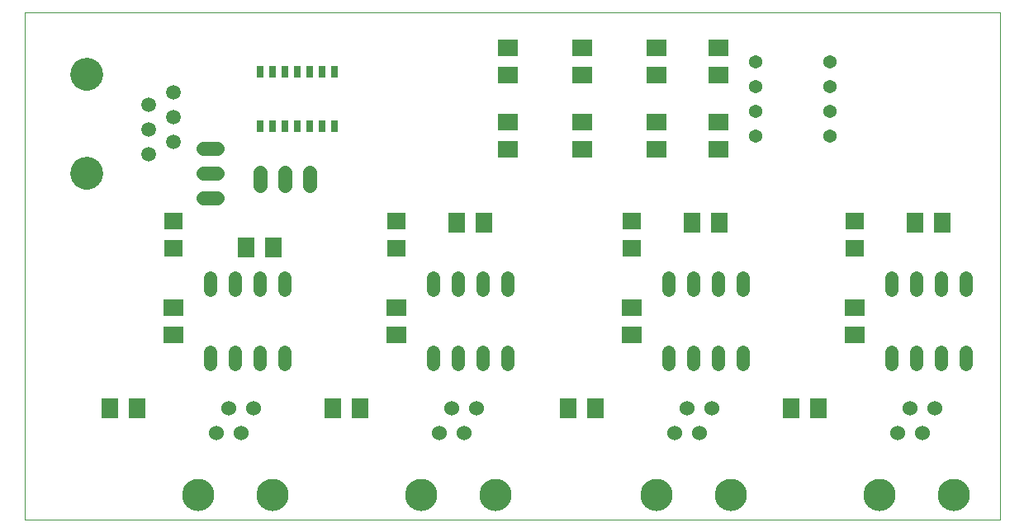
<source format=gts>
G75*
G70*
%OFA0B0*%
%FSLAX24Y24*%
%IPPOS*%
%LPD*%
%AMOC8*
5,1,8,0,0,1.08239X$1,22.5*
%
%ADD10C,0.0000*%
%ADD11C,0.0520*%
%ADD12R,0.0827X0.0670*%
%ADD13R,0.0670X0.0827*%
%ADD14R,0.0749X0.0670*%
%ADD15C,0.0591*%
%ADD16C,0.1320*%
%ADD17C,0.0600*%
%ADD18C,0.1300*%
%ADD19C,0.0540*%
%ADD20C,0.0580*%
%ADD21R,0.0276X0.0512*%
D10*
X000704Y003195D02*
X000704Y023691D01*
X040074Y023691D01*
X040074Y003195D01*
X000704Y003195D01*
X007074Y004195D02*
X007076Y004245D01*
X007082Y004295D01*
X007092Y004344D01*
X007106Y004392D01*
X007123Y004439D01*
X007144Y004484D01*
X007169Y004528D01*
X007197Y004569D01*
X007229Y004608D01*
X007263Y004645D01*
X007300Y004679D01*
X007340Y004709D01*
X007382Y004736D01*
X007426Y004760D01*
X007472Y004781D01*
X007519Y004797D01*
X007567Y004810D01*
X007617Y004819D01*
X007666Y004824D01*
X007717Y004825D01*
X007767Y004822D01*
X007816Y004815D01*
X007865Y004804D01*
X007913Y004789D01*
X007959Y004771D01*
X008004Y004749D01*
X008047Y004723D01*
X008088Y004694D01*
X008127Y004662D01*
X008163Y004627D01*
X008195Y004589D01*
X008225Y004549D01*
X008252Y004506D01*
X008275Y004462D01*
X008294Y004416D01*
X008310Y004368D01*
X008322Y004319D01*
X008330Y004270D01*
X008334Y004220D01*
X008334Y004170D01*
X008330Y004120D01*
X008322Y004071D01*
X008310Y004022D01*
X008294Y003974D01*
X008275Y003928D01*
X008252Y003884D01*
X008225Y003841D01*
X008195Y003801D01*
X008163Y003763D01*
X008127Y003728D01*
X008088Y003696D01*
X008047Y003667D01*
X008004Y003641D01*
X007959Y003619D01*
X007913Y003601D01*
X007865Y003586D01*
X007816Y003575D01*
X007767Y003568D01*
X007717Y003565D01*
X007666Y003566D01*
X007617Y003571D01*
X007567Y003580D01*
X007519Y003593D01*
X007472Y003609D01*
X007426Y003630D01*
X007382Y003654D01*
X007340Y003681D01*
X007300Y003711D01*
X007263Y003745D01*
X007229Y003782D01*
X007197Y003821D01*
X007169Y003862D01*
X007144Y003906D01*
X007123Y003951D01*
X007106Y003998D01*
X007092Y004046D01*
X007082Y004095D01*
X007076Y004145D01*
X007074Y004195D01*
X010074Y004195D02*
X010076Y004245D01*
X010082Y004295D01*
X010092Y004344D01*
X010106Y004392D01*
X010123Y004439D01*
X010144Y004484D01*
X010169Y004528D01*
X010197Y004569D01*
X010229Y004608D01*
X010263Y004645D01*
X010300Y004679D01*
X010340Y004709D01*
X010382Y004736D01*
X010426Y004760D01*
X010472Y004781D01*
X010519Y004797D01*
X010567Y004810D01*
X010617Y004819D01*
X010666Y004824D01*
X010717Y004825D01*
X010767Y004822D01*
X010816Y004815D01*
X010865Y004804D01*
X010913Y004789D01*
X010959Y004771D01*
X011004Y004749D01*
X011047Y004723D01*
X011088Y004694D01*
X011127Y004662D01*
X011163Y004627D01*
X011195Y004589D01*
X011225Y004549D01*
X011252Y004506D01*
X011275Y004462D01*
X011294Y004416D01*
X011310Y004368D01*
X011322Y004319D01*
X011330Y004270D01*
X011334Y004220D01*
X011334Y004170D01*
X011330Y004120D01*
X011322Y004071D01*
X011310Y004022D01*
X011294Y003974D01*
X011275Y003928D01*
X011252Y003884D01*
X011225Y003841D01*
X011195Y003801D01*
X011163Y003763D01*
X011127Y003728D01*
X011088Y003696D01*
X011047Y003667D01*
X011004Y003641D01*
X010959Y003619D01*
X010913Y003601D01*
X010865Y003586D01*
X010816Y003575D01*
X010767Y003568D01*
X010717Y003565D01*
X010666Y003566D01*
X010617Y003571D01*
X010567Y003580D01*
X010519Y003593D01*
X010472Y003609D01*
X010426Y003630D01*
X010382Y003654D01*
X010340Y003681D01*
X010300Y003711D01*
X010263Y003745D01*
X010229Y003782D01*
X010197Y003821D01*
X010169Y003862D01*
X010144Y003906D01*
X010123Y003951D01*
X010106Y003998D01*
X010092Y004046D01*
X010082Y004095D01*
X010076Y004145D01*
X010074Y004195D01*
X016074Y004195D02*
X016076Y004245D01*
X016082Y004295D01*
X016092Y004344D01*
X016106Y004392D01*
X016123Y004439D01*
X016144Y004484D01*
X016169Y004528D01*
X016197Y004569D01*
X016229Y004608D01*
X016263Y004645D01*
X016300Y004679D01*
X016340Y004709D01*
X016382Y004736D01*
X016426Y004760D01*
X016472Y004781D01*
X016519Y004797D01*
X016567Y004810D01*
X016617Y004819D01*
X016666Y004824D01*
X016717Y004825D01*
X016767Y004822D01*
X016816Y004815D01*
X016865Y004804D01*
X016913Y004789D01*
X016959Y004771D01*
X017004Y004749D01*
X017047Y004723D01*
X017088Y004694D01*
X017127Y004662D01*
X017163Y004627D01*
X017195Y004589D01*
X017225Y004549D01*
X017252Y004506D01*
X017275Y004462D01*
X017294Y004416D01*
X017310Y004368D01*
X017322Y004319D01*
X017330Y004270D01*
X017334Y004220D01*
X017334Y004170D01*
X017330Y004120D01*
X017322Y004071D01*
X017310Y004022D01*
X017294Y003974D01*
X017275Y003928D01*
X017252Y003884D01*
X017225Y003841D01*
X017195Y003801D01*
X017163Y003763D01*
X017127Y003728D01*
X017088Y003696D01*
X017047Y003667D01*
X017004Y003641D01*
X016959Y003619D01*
X016913Y003601D01*
X016865Y003586D01*
X016816Y003575D01*
X016767Y003568D01*
X016717Y003565D01*
X016666Y003566D01*
X016617Y003571D01*
X016567Y003580D01*
X016519Y003593D01*
X016472Y003609D01*
X016426Y003630D01*
X016382Y003654D01*
X016340Y003681D01*
X016300Y003711D01*
X016263Y003745D01*
X016229Y003782D01*
X016197Y003821D01*
X016169Y003862D01*
X016144Y003906D01*
X016123Y003951D01*
X016106Y003998D01*
X016092Y004046D01*
X016082Y004095D01*
X016076Y004145D01*
X016074Y004195D01*
X019074Y004195D02*
X019076Y004245D01*
X019082Y004295D01*
X019092Y004344D01*
X019106Y004392D01*
X019123Y004439D01*
X019144Y004484D01*
X019169Y004528D01*
X019197Y004569D01*
X019229Y004608D01*
X019263Y004645D01*
X019300Y004679D01*
X019340Y004709D01*
X019382Y004736D01*
X019426Y004760D01*
X019472Y004781D01*
X019519Y004797D01*
X019567Y004810D01*
X019617Y004819D01*
X019666Y004824D01*
X019717Y004825D01*
X019767Y004822D01*
X019816Y004815D01*
X019865Y004804D01*
X019913Y004789D01*
X019959Y004771D01*
X020004Y004749D01*
X020047Y004723D01*
X020088Y004694D01*
X020127Y004662D01*
X020163Y004627D01*
X020195Y004589D01*
X020225Y004549D01*
X020252Y004506D01*
X020275Y004462D01*
X020294Y004416D01*
X020310Y004368D01*
X020322Y004319D01*
X020330Y004270D01*
X020334Y004220D01*
X020334Y004170D01*
X020330Y004120D01*
X020322Y004071D01*
X020310Y004022D01*
X020294Y003974D01*
X020275Y003928D01*
X020252Y003884D01*
X020225Y003841D01*
X020195Y003801D01*
X020163Y003763D01*
X020127Y003728D01*
X020088Y003696D01*
X020047Y003667D01*
X020004Y003641D01*
X019959Y003619D01*
X019913Y003601D01*
X019865Y003586D01*
X019816Y003575D01*
X019767Y003568D01*
X019717Y003565D01*
X019666Y003566D01*
X019617Y003571D01*
X019567Y003580D01*
X019519Y003593D01*
X019472Y003609D01*
X019426Y003630D01*
X019382Y003654D01*
X019340Y003681D01*
X019300Y003711D01*
X019263Y003745D01*
X019229Y003782D01*
X019197Y003821D01*
X019169Y003862D01*
X019144Y003906D01*
X019123Y003951D01*
X019106Y003998D01*
X019092Y004046D01*
X019082Y004095D01*
X019076Y004145D01*
X019074Y004195D01*
X025574Y004195D02*
X025576Y004245D01*
X025582Y004295D01*
X025592Y004344D01*
X025606Y004392D01*
X025623Y004439D01*
X025644Y004484D01*
X025669Y004528D01*
X025697Y004569D01*
X025729Y004608D01*
X025763Y004645D01*
X025800Y004679D01*
X025840Y004709D01*
X025882Y004736D01*
X025926Y004760D01*
X025972Y004781D01*
X026019Y004797D01*
X026067Y004810D01*
X026117Y004819D01*
X026166Y004824D01*
X026217Y004825D01*
X026267Y004822D01*
X026316Y004815D01*
X026365Y004804D01*
X026413Y004789D01*
X026459Y004771D01*
X026504Y004749D01*
X026547Y004723D01*
X026588Y004694D01*
X026627Y004662D01*
X026663Y004627D01*
X026695Y004589D01*
X026725Y004549D01*
X026752Y004506D01*
X026775Y004462D01*
X026794Y004416D01*
X026810Y004368D01*
X026822Y004319D01*
X026830Y004270D01*
X026834Y004220D01*
X026834Y004170D01*
X026830Y004120D01*
X026822Y004071D01*
X026810Y004022D01*
X026794Y003974D01*
X026775Y003928D01*
X026752Y003884D01*
X026725Y003841D01*
X026695Y003801D01*
X026663Y003763D01*
X026627Y003728D01*
X026588Y003696D01*
X026547Y003667D01*
X026504Y003641D01*
X026459Y003619D01*
X026413Y003601D01*
X026365Y003586D01*
X026316Y003575D01*
X026267Y003568D01*
X026217Y003565D01*
X026166Y003566D01*
X026117Y003571D01*
X026067Y003580D01*
X026019Y003593D01*
X025972Y003609D01*
X025926Y003630D01*
X025882Y003654D01*
X025840Y003681D01*
X025800Y003711D01*
X025763Y003745D01*
X025729Y003782D01*
X025697Y003821D01*
X025669Y003862D01*
X025644Y003906D01*
X025623Y003951D01*
X025606Y003998D01*
X025592Y004046D01*
X025582Y004095D01*
X025576Y004145D01*
X025574Y004195D01*
X028574Y004195D02*
X028576Y004245D01*
X028582Y004295D01*
X028592Y004344D01*
X028606Y004392D01*
X028623Y004439D01*
X028644Y004484D01*
X028669Y004528D01*
X028697Y004569D01*
X028729Y004608D01*
X028763Y004645D01*
X028800Y004679D01*
X028840Y004709D01*
X028882Y004736D01*
X028926Y004760D01*
X028972Y004781D01*
X029019Y004797D01*
X029067Y004810D01*
X029117Y004819D01*
X029166Y004824D01*
X029217Y004825D01*
X029267Y004822D01*
X029316Y004815D01*
X029365Y004804D01*
X029413Y004789D01*
X029459Y004771D01*
X029504Y004749D01*
X029547Y004723D01*
X029588Y004694D01*
X029627Y004662D01*
X029663Y004627D01*
X029695Y004589D01*
X029725Y004549D01*
X029752Y004506D01*
X029775Y004462D01*
X029794Y004416D01*
X029810Y004368D01*
X029822Y004319D01*
X029830Y004270D01*
X029834Y004220D01*
X029834Y004170D01*
X029830Y004120D01*
X029822Y004071D01*
X029810Y004022D01*
X029794Y003974D01*
X029775Y003928D01*
X029752Y003884D01*
X029725Y003841D01*
X029695Y003801D01*
X029663Y003763D01*
X029627Y003728D01*
X029588Y003696D01*
X029547Y003667D01*
X029504Y003641D01*
X029459Y003619D01*
X029413Y003601D01*
X029365Y003586D01*
X029316Y003575D01*
X029267Y003568D01*
X029217Y003565D01*
X029166Y003566D01*
X029117Y003571D01*
X029067Y003580D01*
X029019Y003593D01*
X028972Y003609D01*
X028926Y003630D01*
X028882Y003654D01*
X028840Y003681D01*
X028800Y003711D01*
X028763Y003745D01*
X028729Y003782D01*
X028697Y003821D01*
X028669Y003862D01*
X028644Y003906D01*
X028623Y003951D01*
X028606Y003998D01*
X028592Y004046D01*
X028582Y004095D01*
X028576Y004145D01*
X028574Y004195D01*
X034574Y004195D02*
X034576Y004245D01*
X034582Y004295D01*
X034592Y004344D01*
X034606Y004392D01*
X034623Y004439D01*
X034644Y004484D01*
X034669Y004528D01*
X034697Y004569D01*
X034729Y004608D01*
X034763Y004645D01*
X034800Y004679D01*
X034840Y004709D01*
X034882Y004736D01*
X034926Y004760D01*
X034972Y004781D01*
X035019Y004797D01*
X035067Y004810D01*
X035117Y004819D01*
X035166Y004824D01*
X035217Y004825D01*
X035267Y004822D01*
X035316Y004815D01*
X035365Y004804D01*
X035413Y004789D01*
X035459Y004771D01*
X035504Y004749D01*
X035547Y004723D01*
X035588Y004694D01*
X035627Y004662D01*
X035663Y004627D01*
X035695Y004589D01*
X035725Y004549D01*
X035752Y004506D01*
X035775Y004462D01*
X035794Y004416D01*
X035810Y004368D01*
X035822Y004319D01*
X035830Y004270D01*
X035834Y004220D01*
X035834Y004170D01*
X035830Y004120D01*
X035822Y004071D01*
X035810Y004022D01*
X035794Y003974D01*
X035775Y003928D01*
X035752Y003884D01*
X035725Y003841D01*
X035695Y003801D01*
X035663Y003763D01*
X035627Y003728D01*
X035588Y003696D01*
X035547Y003667D01*
X035504Y003641D01*
X035459Y003619D01*
X035413Y003601D01*
X035365Y003586D01*
X035316Y003575D01*
X035267Y003568D01*
X035217Y003565D01*
X035166Y003566D01*
X035117Y003571D01*
X035067Y003580D01*
X035019Y003593D01*
X034972Y003609D01*
X034926Y003630D01*
X034882Y003654D01*
X034840Y003681D01*
X034800Y003711D01*
X034763Y003745D01*
X034729Y003782D01*
X034697Y003821D01*
X034669Y003862D01*
X034644Y003906D01*
X034623Y003951D01*
X034606Y003998D01*
X034592Y004046D01*
X034582Y004095D01*
X034576Y004145D01*
X034574Y004195D01*
X037574Y004195D02*
X037576Y004245D01*
X037582Y004295D01*
X037592Y004344D01*
X037606Y004392D01*
X037623Y004439D01*
X037644Y004484D01*
X037669Y004528D01*
X037697Y004569D01*
X037729Y004608D01*
X037763Y004645D01*
X037800Y004679D01*
X037840Y004709D01*
X037882Y004736D01*
X037926Y004760D01*
X037972Y004781D01*
X038019Y004797D01*
X038067Y004810D01*
X038117Y004819D01*
X038166Y004824D01*
X038217Y004825D01*
X038267Y004822D01*
X038316Y004815D01*
X038365Y004804D01*
X038413Y004789D01*
X038459Y004771D01*
X038504Y004749D01*
X038547Y004723D01*
X038588Y004694D01*
X038627Y004662D01*
X038663Y004627D01*
X038695Y004589D01*
X038725Y004549D01*
X038752Y004506D01*
X038775Y004462D01*
X038794Y004416D01*
X038810Y004368D01*
X038822Y004319D01*
X038830Y004270D01*
X038834Y004220D01*
X038834Y004170D01*
X038830Y004120D01*
X038822Y004071D01*
X038810Y004022D01*
X038794Y003974D01*
X038775Y003928D01*
X038752Y003884D01*
X038725Y003841D01*
X038695Y003801D01*
X038663Y003763D01*
X038627Y003728D01*
X038588Y003696D01*
X038547Y003667D01*
X038504Y003641D01*
X038459Y003619D01*
X038413Y003601D01*
X038365Y003586D01*
X038316Y003575D01*
X038267Y003568D01*
X038217Y003565D01*
X038166Y003566D01*
X038117Y003571D01*
X038067Y003580D01*
X038019Y003593D01*
X037972Y003609D01*
X037926Y003630D01*
X037882Y003654D01*
X037840Y003681D01*
X037800Y003711D01*
X037763Y003745D01*
X037729Y003782D01*
X037697Y003821D01*
X037669Y003862D01*
X037644Y003906D01*
X037623Y003951D01*
X037606Y003998D01*
X037592Y004046D01*
X037582Y004095D01*
X037576Y004145D01*
X037574Y004195D01*
X002564Y017195D02*
X002566Y017245D01*
X002572Y017295D01*
X002582Y017344D01*
X002595Y017393D01*
X002613Y017440D01*
X002634Y017486D01*
X002658Y017529D01*
X002686Y017571D01*
X002717Y017611D01*
X002751Y017648D01*
X002788Y017682D01*
X002828Y017713D01*
X002870Y017741D01*
X002913Y017765D01*
X002959Y017786D01*
X003006Y017804D01*
X003055Y017817D01*
X003104Y017827D01*
X003154Y017833D01*
X003204Y017835D01*
X003254Y017833D01*
X003304Y017827D01*
X003353Y017817D01*
X003402Y017804D01*
X003449Y017786D01*
X003495Y017765D01*
X003538Y017741D01*
X003580Y017713D01*
X003620Y017682D01*
X003657Y017648D01*
X003691Y017611D01*
X003722Y017571D01*
X003750Y017529D01*
X003774Y017486D01*
X003795Y017440D01*
X003813Y017393D01*
X003826Y017344D01*
X003836Y017295D01*
X003842Y017245D01*
X003844Y017195D01*
X003842Y017145D01*
X003836Y017095D01*
X003826Y017046D01*
X003813Y016997D01*
X003795Y016950D01*
X003774Y016904D01*
X003750Y016861D01*
X003722Y016819D01*
X003691Y016779D01*
X003657Y016742D01*
X003620Y016708D01*
X003580Y016677D01*
X003538Y016649D01*
X003495Y016625D01*
X003449Y016604D01*
X003402Y016586D01*
X003353Y016573D01*
X003304Y016563D01*
X003254Y016557D01*
X003204Y016555D01*
X003154Y016557D01*
X003104Y016563D01*
X003055Y016573D01*
X003006Y016586D01*
X002959Y016604D01*
X002913Y016625D01*
X002870Y016649D01*
X002828Y016677D01*
X002788Y016708D01*
X002751Y016742D01*
X002717Y016779D01*
X002686Y016819D01*
X002658Y016861D01*
X002634Y016904D01*
X002613Y016950D01*
X002595Y016997D01*
X002582Y017046D01*
X002572Y017095D01*
X002566Y017145D01*
X002564Y017195D01*
X002564Y021195D02*
X002566Y021245D01*
X002572Y021295D01*
X002582Y021344D01*
X002595Y021393D01*
X002613Y021440D01*
X002634Y021486D01*
X002658Y021529D01*
X002686Y021571D01*
X002717Y021611D01*
X002751Y021648D01*
X002788Y021682D01*
X002828Y021713D01*
X002870Y021741D01*
X002913Y021765D01*
X002959Y021786D01*
X003006Y021804D01*
X003055Y021817D01*
X003104Y021827D01*
X003154Y021833D01*
X003204Y021835D01*
X003254Y021833D01*
X003304Y021827D01*
X003353Y021817D01*
X003402Y021804D01*
X003449Y021786D01*
X003495Y021765D01*
X003538Y021741D01*
X003580Y021713D01*
X003620Y021682D01*
X003657Y021648D01*
X003691Y021611D01*
X003722Y021571D01*
X003750Y021529D01*
X003774Y021486D01*
X003795Y021440D01*
X003813Y021393D01*
X003826Y021344D01*
X003836Y021295D01*
X003842Y021245D01*
X003844Y021195D01*
X003842Y021145D01*
X003836Y021095D01*
X003826Y021046D01*
X003813Y020997D01*
X003795Y020950D01*
X003774Y020904D01*
X003750Y020861D01*
X003722Y020819D01*
X003691Y020779D01*
X003657Y020742D01*
X003620Y020708D01*
X003580Y020677D01*
X003538Y020649D01*
X003495Y020625D01*
X003449Y020604D01*
X003402Y020586D01*
X003353Y020573D01*
X003304Y020563D01*
X003254Y020557D01*
X003204Y020555D01*
X003154Y020557D01*
X003104Y020563D01*
X003055Y020573D01*
X003006Y020586D01*
X002959Y020604D01*
X002913Y020625D01*
X002870Y020649D01*
X002828Y020677D01*
X002788Y020708D01*
X002751Y020742D01*
X002717Y020779D01*
X002686Y020819D01*
X002658Y020861D01*
X002634Y020904D01*
X002613Y020950D01*
X002595Y020997D01*
X002582Y021046D01*
X002572Y021095D01*
X002566Y021145D01*
X002564Y021195D01*
D11*
X008204Y012935D02*
X008204Y012455D01*
X009204Y012455D02*
X009204Y012935D01*
X010204Y012935D02*
X010204Y012455D01*
X011204Y012455D02*
X011204Y012935D01*
X011204Y009935D02*
X011204Y009455D01*
X010204Y009455D02*
X010204Y009935D01*
X009204Y009935D02*
X009204Y009455D01*
X008204Y009455D02*
X008204Y009935D01*
X017204Y009935D02*
X017204Y009455D01*
X018204Y009455D02*
X018204Y009935D01*
X019204Y009935D02*
X019204Y009455D01*
X020204Y009455D02*
X020204Y009935D01*
X020204Y012455D02*
X020204Y012935D01*
X019204Y012935D02*
X019204Y012455D01*
X018204Y012455D02*
X018204Y012935D01*
X017204Y012935D02*
X017204Y012455D01*
X026704Y012455D02*
X026704Y012935D01*
X027704Y012935D02*
X027704Y012455D01*
X028704Y012455D02*
X028704Y012935D01*
X029704Y012935D02*
X029704Y012455D01*
X029704Y009935D02*
X029704Y009455D01*
X028704Y009455D02*
X028704Y009935D01*
X027704Y009935D02*
X027704Y009455D01*
X026704Y009455D02*
X026704Y009935D01*
X035704Y009935D02*
X035704Y009455D01*
X036704Y009455D02*
X036704Y009935D01*
X037704Y009935D02*
X037704Y009455D01*
X038704Y009455D02*
X038704Y009935D01*
X038704Y012455D02*
X038704Y012935D01*
X037704Y012935D02*
X037704Y012455D01*
X036704Y012455D02*
X036704Y012935D01*
X035704Y012935D02*
X035704Y012455D01*
D12*
X034204Y011746D03*
X034204Y010644D03*
X025204Y010644D03*
X025204Y011746D03*
X015704Y011746D03*
X015704Y010644D03*
X006704Y010644D03*
X006704Y011746D03*
X020204Y018144D03*
X020204Y019246D03*
X023204Y019246D03*
X023204Y018144D03*
X026204Y018144D03*
X026204Y019246D03*
X028704Y019246D03*
X028704Y018144D03*
X028704Y021144D03*
X028704Y022246D03*
X026204Y022246D03*
X026204Y021144D03*
X023204Y021144D03*
X023204Y022246D03*
X020204Y022246D03*
X020204Y021144D03*
D13*
X019255Y015195D03*
X018153Y015195D03*
X010755Y014195D03*
X009653Y014195D03*
X013153Y007695D03*
X014255Y007695D03*
X022653Y007695D03*
X023755Y007695D03*
X031653Y007695D03*
X032755Y007695D03*
X036653Y015195D03*
X037755Y015195D03*
X028755Y015195D03*
X027653Y015195D03*
X005255Y007695D03*
X004153Y007695D03*
D14*
X006704Y014144D03*
X006704Y015246D03*
X015704Y015246D03*
X015704Y014144D03*
X025204Y014144D03*
X025204Y015246D03*
X034204Y015246D03*
X034204Y014144D03*
D15*
X006704Y018445D03*
X005704Y017945D03*
X005704Y018945D03*
X006704Y019445D03*
X005704Y019945D03*
X006704Y020445D03*
D16*
X003204Y021195D03*
X003204Y017195D03*
D17*
X008954Y007695D03*
X009954Y007695D03*
X009454Y006695D03*
X008454Y006695D03*
X017454Y006695D03*
X018454Y006695D03*
X018954Y007695D03*
X017954Y007695D03*
X026954Y006695D03*
X027954Y006695D03*
X028454Y007695D03*
X027454Y007695D03*
X035954Y006695D03*
X036954Y006695D03*
X037454Y007695D03*
X036454Y007695D03*
D18*
X035204Y004195D03*
X038204Y004195D03*
X029204Y004195D03*
X026204Y004195D03*
X019704Y004195D03*
X016704Y004195D03*
X010704Y004195D03*
X007704Y004195D03*
D19*
X030204Y018695D03*
X030204Y019695D03*
X030204Y020695D03*
X030204Y021695D03*
X033204Y021695D03*
X033204Y020695D03*
X033204Y019695D03*
X033204Y018695D03*
D20*
X012204Y017215D02*
X012204Y016675D01*
X011204Y016675D02*
X011204Y017215D01*
X010204Y017215D02*
X010204Y016675D01*
X008474Y016195D02*
X007934Y016195D01*
X007934Y017195D02*
X008474Y017195D01*
X008474Y018195D02*
X007934Y018195D01*
D21*
X010204Y019093D03*
X010704Y019093D03*
X011204Y019093D03*
X011704Y019093D03*
X012204Y019093D03*
X012704Y019093D03*
X013204Y019093D03*
X013204Y021297D03*
X012704Y021297D03*
X012204Y021297D03*
X011704Y021297D03*
X011204Y021297D03*
X010704Y021297D03*
X010204Y021297D03*
M02*

</source>
